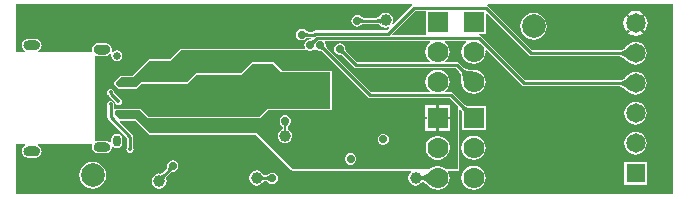
<source format=gbl>
G04*
G04 #@! TF.GenerationSoftware,Altium Limited,Altium Designer,24.9.1 (31)*
G04*
G04 Layer_Physical_Order=2*
G04 Layer_Color=16711680*
%FSLAX44Y44*%
%MOMM*%
G71*
G04*
G04 #@! TF.SameCoordinates,0DAEADC5-739E-474D-A028-FC833E2B39B4*
G04*
G04*
G04 #@! TF.FilePolarity,Positive*
G04*
G01*
G75*
%ADD11C,0.2540*%
%ADD15C,0.1524*%
%ADD54C,0.2286*%
%ADD59O,1.4000X0.8000*%
%ADD60O,0.6500X0.9500*%
%ADD61C,0.6500*%
%ADD62C,1.6500*%
%ADD63R,1.6500X1.6500*%
%ADD64C,1.7780*%
%ADD65R,1.7780X1.7780*%
%ADD66C,2.0000*%
%ADD67C,0.7000*%
%ADD68C,0.3500*%
%ADD69C,0.5000*%
%ADD70C,1.0000*%
G36*
X569075Y852968D02*
X569330Y852774D01*
X569596Y852603D01*
X569871Y852454D01*
X570156Y852328D01*
X570451Y852226D01*
X570756Y852146D01*
X571070Y852089D01*
X571395Y852054D01*
X571729Y852043D01*
X571828Y849503D01*
X571491Y849491D01*
X571167Y849454D01*
X570854Y849394D01*
X570554Y849309D01*
X570266Y849199D01*
X569990Y849066D01*
X569726Y848908D01*
X569474Y848726D01*
X569234Y848519D01*
X569007Y848288D01*
X568829Y853185D01*
X569075Y852968D01*
D02*
G37*
G36*
X586309Y848251D02*
X586137Y848489D01*
X585935Y848702D01*
X585702Y848890D01*
X585438Y849052D01*
X585143Y849190D01*
X584818Y849303D01*
X584462Y849390D01*
X584075Y849453D01*
X583657Y849491D01*
X583209Y849503D01*
X583142Y852043D01*
X583591Y852056D01*
X584007Y852094D01*
X584391Y852159D01*
X584743Y852249D01*
X585063Y852365D01*
X585351Y852506D01*
X585606Y852673D01*
X585830Y852867D01*
X586021Y853085D01*
X586180Y853330D01*
X586309Y848251D01*
D02*
G37*
G36*
X834114Y703770D02*
X277990D01*
Y746125D01*
X284899D01*
X285189Y745916D01*
X285570Y745125D01*
X285452Y744915D01*
X285182Y744736D01*
X285003Y744627D01*
X284981Y744596D01*
X284943Y744587D01*
X284770Y744469D01*
X284749Y744436D01*
X284712Y744427D01*
X284546Y744299D01*
X284527Y744266D01*
X284490Y744254D01*
X284331Y744118D01*
X284313Y744083D01*
X284277Y744070D01*
X284125Y743925D01*
X284119Y743912D01*
X284100Y743899D01*
X284088Y743881D01*
X284075Y743875D01*
X283930Y743723D01*
X283917Y743687D01*
X283882Y743669D01*
X283746Y743510D01*
X283734Y743473D01*
X283701Y743454D01*
X283573Y743288D01*
X283563Y743251D01*
X283531Y743230D01*
X283412Y743057D01*
X283405Y743019D01*
X283373Y742997D01*
X283264Y742818D01*
X283258Y742780D01*
X283228Y742756D01*
X283128Y742572D01*
X283124Y742533D01*
X283095Y742508D01*
X283005Y742319D01*
X283003Y742280D01*
X282976Y742253D01*
X282896Y742059D01*
Y742021D01*
X282870Y741993D01*
X282800Y741795D01*
X282802Y741756D01*
X282778Y741726D01*
X282718Y741525D01*
X282722Y741487D01*
X282700Y741456D01*
X282651Y741253D01*
X282657Y741214D01*
X282636Y741182D01*
X282598Y740976D01*
X282606Y740938D01*
X282586Y740905D01*
X282559Y740698D01*
X282569Y740660D01*
X282551Y740626D01*
X282535Y740417D01*
X282547Y740380D01*
X282531Y740345D01*
X282526Y740136D01*
X282531Y740122D01*
X282527Y740100D01*
X282531Y740078D01*
X282526Y740064D01*
X282531Y739855D01*
X282547Y739819D01*
X282535Y739783D01*
X282551Y739574D01*
X282569Y739539D01*
X282559Y739502D01*
X282586Y739295D01*
X282606Y739261D01*
X282598Y739224D01*
X282636Y739018D01*
X282657Y738986D01*
X282651Y738947D01*
X282700Y738744D01*
X282722Y738713D01*
X282718Y738675D01*
X282778Y738474D01*
X282802Y738444D01*
X282800Y738405D01*
X282870Y738207D01*
X282896Y738179D01*
Y738141D01*
X282976Y737947D01*
X283003Y737920D01*
X283005Y737881D01*
X283095Y737692D01*
X283124Y737666D01*
X283128Y737628D01*
X283228Y737444D01*
X283258Y737420D01*
X283264Y737382D01*
X283373Y737203D01*
X283405Y737180D01*
X283412Y737143D01*
X283531Y736970D01*
X283563Y736949D01*
X283573Y736912D01*
X283701Y736746D01*
X283734Y736727D01*
X283746Y736690D01*
X283882Y736531D01*
X283916Y736513D01*
X283930Y736477D01*
X284075Y736325D01*
X284088Y736319D01*
X284100Y736301D01*
X284119Y736288D01*
X284125Y736274D01*
X284277Y736130D01*
X284313Y736116D01*
X284331Y736082D01*
X284490Y735946D01*
X284527Y735934D01*
X284546Y735901D01*
X284712Y735773D01*
X284749Y735763D01*
X284770Y735731D01*
X284943Y735612D01*
X284981Y735604D01*
X285003Y735573D01*
X285182Y735464D01*
X285220Y735458D01*
X285244Y735428D01*
X285428Y735328D01*
X285466Y735324D01*
X285492Y735295D01*
X285681Y735205D01*
X285720Y735203D01*
X285747Y735176D01*
X285941Y735096D01*
X285979D01*
X286008Y735070D01*
X286205Y735000D01*
X286243Y735002D01*
X286273Y734978D01*
X286474Y734918D01*
X286513Y734922D01*
X286544Y734900D01*
X286747Y734851D01*
X286786Y734857D01*
X286818Y734836D01*
X287024Y734798D01*
X287062Y734806D01*
X287095Y734786D01*
X287302Y734759D01*
X287340Y734769D01*
X287374Y734752D01*
X287583Y734735D01*
X287619Y734747D01*
X287655Y734731D01*
X287864Y734726D01*
X287878Y734731D01*
X287894Y734728D01*
X287900Y734725D01*
X293900D01*
X293906Y734728D01*
X293922Y734731D01*
X293936Y734726D01*
X294145Y734731D01*
X294181Y734747D01*
X294217Y734735D01*
X294426Y734752D01*
X294460Y734769D01*
X294498Y734759D01*
X294705Y734786D01*
X294739Y734806D01*
X294776Y734798D01*
X294982Y734836D01*
X295014Y734857D01*
X295053Y734851D01*
X295256Y734900D01*
X295287Y734922D01*
X295326Y734918D01*
X295527Y734978D01*
X295557Y735002D01*
X295595Y735000D01*
X295792Y735070D01*
X295821Y735096D01*
X295860D01*
X296053Y735176D01*
X296080Y735203D01*
X296119Y735205D01*
X296308Y735295D01*
X296334Y735324D01*
X296372Y735328D01*
X296556Y735428D01*
X296580Y735458D01*
X296618Y735464D01*
X296797Y735573D01*
X296819Y735604D01*
X296857Y735612D01*
X297030Y735731D01*
X297051Y735763D01*
X297088Y735773D01*
X297254Y735901D01*
X297273Y735934D01*
X297310Y735946D01*
X297469Y736082D01*
X297487Y736116D01*
X297523Y736130D01*
X297675Y736274D01*
X297681Y736288D01*
X297700Y736301D01*
X297712Y736319D01*
X297726Y736325D01*
X297870Y736477D01*
X297883Y736513D01*
X297918Y736531D01*
X298054Y736690D01*
X298066Y736727D01*
X298099Y736746D01*
X298227Y736912D01*
X298237Y736949D01*
X298269Y736970D01*
X298388Y737143D01*
X298396Y737180D01*
X298427Y737203D01*
X298536Y737382D01*
X298542Y737420D01*
X298572Y737444D01*
X298672Y737628D01*
X298676Y737666D01*
X298705Y737692D01*
X298795Y737881D01*
X298797Y737920D01*
X298824Y737947D01*
X298904Y738140D01*
Y738179D01*
X298930Y738208D01*
X299000Y738405D01*
X298998Y738444D01*
X299022Y738473D01*
X299082Y738674D01*
X299078Y738713D01*
X299100Y738744D01*
X299149Y738948D01*
X299143Y738986D01*
X299164Y739018D01*
X299202Y739224D01*
X299194Y739261D01*
X299214Y739295D01*
X299241Y739502D01*
X299231Y739540D01*
X299249Y739574D01*
X299265Y739783D01*
X299253Y739819D01*
X299269Y739855D01*
X299274Y740064D01*
X299269Y740078D01*
X299273Y740100D01*
X299269Y740122D01*
X299274Y740136D01*
X299269Y740345D01*
X299253Y740380D01*
X299265Y740417D01*
X299249Y740626D01*
X299231Y740660D01*
X299241Y740698D01*
X299214Y740905D01*
X299194Y740939D01*
X299202Y740976D01*
X299164Y741182D01*
X299143Y741214D01*
X299149Y741252D01*
X299100Y741456D01*
X299078Y741487D01*
X299082Y741526D01*
X299022Y741727D01*
X298998Y741757D01*
X299000Y741795D01*
X298930Y741992D01*
X298904Y742021D01*
Y742059D01*
X298824Y742253D01*
X298797Y742280D01*
X298795Y742319D01*
X298705Y742508D01*
X298676Y742533D01*
X298672Y742572D01*
X298572Y742756D01*
X298542Y742780D01*
X298536Y742818D01*
X298427Y742997D01*
X298396Y743019D01*
X298388Y743057D01*
X298269Y743230D01*
X298237Y743251D01*
X298227Y743288D01*
X298099Y743454D01*
X298066Y743473D01*
X298054Y743510D01*
X297918Y743669D01*
X297884Y743687D01*
X297870Y743723D01*
X297726Y743875D01*
X297712Y743881D01*
X297700Y743899D01*
X297681Y743912D01*
X297675Y743926D01*
X297523Y744070D01*
X297487Y744083D01*
X297469Y744118D01*
X297310Y744254D01*
X297273Y744266D01*
X297254Y744299D01*
X297088Y744427D01*
X297051Y744437D01*
X297030Y744469D01*
X296857Y744587D01*
X296819Y744596D01*
X296797Y744627D01*
X296618Y744736D01*
X296348Y744915D01*
X296230Y745125D01*
X296612Y745916D01*
X296901Y746125D01*
X341506D01*
X341706Y746021D01*
X341870Y745848D01*
X342218Y745126D01*
X342222Y745087D01*
X342200Y745056D01*
X342151Y744852D01*
X342157Y744814D01*
X342136Y744782D01*
X342098Y744576D01*
X342106Y744538D01*
X342086Y744505D01*
X342059Y744297D01*
X342069Y744260D01*
X342052Y744226D01*
X342035Y744017D01*
X342047Y743980D01*
X342031Y743945D01*
X342026Y743736D01*
X342031Y743722D01*
X342027Y743700D01*
X342031Y743678D01*
X342026Y743664D01*
X342031Y743455D01*
X342047Y743419D01*
X342035Y743383D01*
X342052Y743174D01*
X342069Y743140D01*
X342059Y743102D01*
X342086Y742895D01*
X342106Y742861D01*
X342098Y742823D01*
X342136Y742617D01*
X342157Y742586D01*
X342151Y742548D01*
X342200Y742344D01*
X342222Y742313D01*
X342218Y742274D01*
X342278Y742073D01*
X342302Y742044D01*
X342300Y742005D01*
X342370Y741808D01*
X342396Y741779D01*
Y741740D01*
X342476Y741547D01*
X342503Y741520D01*
X342505Y741481D01*
X342595Y741292D01*
X342624Y741266D01*
X342628Y741228D01*
X342728Y741044D01*
X342758Y741020D01*
X342764Y740982D01*
X342873Y740803D01*
X342904Y740781D01*
X342912Y740743D01*
X343031Y740570D01*
X343063Y740549D01*
X343073Y740512D01*
X343201Y740346D01*
X343234Y740327D01*
X343246Y740290D01*
X343382Y740131D01*
X343416Y740113D01*
X343430Y740077D01*
X343574Y739925D01*
X343588Y739919D01*
X343601Y739901D01*
X343619Y739888D01*
X343625Y739874D01*
X343777Y739730D01*
X343813Y739716D01*
X343831Y739682D01*
X343990Y739546D01*
X344026Y739534D01*
X344046Y739501D01*
X344212Y739373D01*
X344249Y739363D01*
X344270Y739331D01*
X344443Y739212D01*
X344481Y739204D01*
X344503Y739173D01*
X344682Y739064D01*
X344720Y739058D01*
X344744Y739028D01*
X344928Y738928D01*
X344966Y738924D01*
X344992Y738895D01*
X345181Y738805D01*
X345220Y738803D01*
X345247Y738776D01*
X345440Y738696D01*
X345479D01*
X345508Y738670D01*
X345705Y738600D01*
X345744Y738602D01*
X345774Y738578D01*
X345974Y738518D01*
X346013Y738522D01*
X346044Y738500D01*
X346248Y738451D01*
X346286Y738457D01*
X346318Y738436D01*
X346524Y738398D01*
X346561Y738406D01*
X346595Y738386D01*
X346802Y738359D01*
X346840Y738369D01*
X346874Y738352D01*
X347083Y738335D01*
X347119Y738347D01*
X347155Y738331D01*
X347364Y738326D01*
X347378Y738331D01*
X347393Y738328D01*
X347400Y738325D01*
X353400D01*
X353407Y738328D01*
X353422Y738331D01*
X353436Y738326D01*
X353645Y738331D01*
X353680Y738347D01*
X353717Y738335D01*
X353926Y738352D01*
X353960Y738369D01*
X353997Y738359D01*
X354205Y738386D01*
X354239Y738406D01*
X354277Y738398D01*
X354482Y738436D01*
X354515Y738457D01*
X354552Y738451D01*
X354756Y738500D01*
X354787Y738522D01*
X354826Y738518D01*
X355027Y738578D01*
X355056Y738602D01*
X355095Y738600D01*
X355292Y738670D01*
X355321Y738696D01*
X355359D01*
X355553Y738776D01*
X355580Y738803D01*
X355619Y738805D01*
X355808Y738895D01*
X355834Y738924D01*
X355872Y738928D01*
X356056Y739028D01*
X356080Y739058D01*
X356118Y739064D01*
X356297Y739173D01*
X356319Y739204D01*
X356357Y739212D01*
X356530Y739331D01*
X356551Y739363D01*
X356588Y739373D01*
X356754Y739501D01*
X356773Y739534D01*
X356810Y739546D01*
X356969Y739682D01*
X356987Y739716D01*
X357023Y739730D01*
X357175Y739874D01*
X357181Y739888D01*
X357200Y739901D01*
X357212Y739919D01*
X357226Y739925D01*
X357370Y740077D01*
X357383Y740113D01*
X357418Y740131D01*
X357554Y740290D01*
X357566Y740327D01*
X357599Y740346D01*
X357727Y740512D01*
X357737Y740549D01*
X357769Y740570D01*
X357888Y740743D01*
X357896Y740780D01*
X357927Y740803D01*
X358036Y740982D01*
X358042Y741020D01*
X358072Y741044D01*
X358172Y741228D01*
X358176Y741266D01*
X358205Y741292D01*
X358295Y741481D01*
X358297Y741520D01*
X358324Y741547D01*
X358404Y741740D01*
Y741779D01*
X358430Y741808D01*
X358500Y742005D01*
X358498Y742043D01*
X358522Y742073D01*
X358582Y742274D01*
X358578Y742313D01*
X358601Y742344D01*
X358649Y742548D01*
X358643Y742586D01*
X358664Y742617D01*
X358702Y742823D01*
X358694Y742861D01*
X358714Y742895D01*
X358741Y743102D01*
X358731Y743140D01*
X358749Y743174D01*
X358765Y743383D01*
X358753Y743419D01*
X358769Y743455D01*
X358774Y743664D01*
X359603Y744141D01*
X359757Y744164D01*
X361136Y743242D01*
X362900Y742891D01*
X364664Y743242D01*
X366159Y744241D01*
X367158Y745736D01*
X367509Y747500D01*
Y750500D01*
X367158Y752264D01*
X366159Y753759D01*
X364664Y754758D01*
X362900Y755108D01*
X361136Y754758D01*
X359641Y753759D01*
X358642Y752264D01*
X358292Y750500D01*
Y748315D01*
X357344Y747659D01*
X356969Y747718D01*
X356810Y747854D01*
X356773Y747866D01*
X356754Y747899D01*
X356588Y748027D01*
X356551Y748036D01*
X356530Y748069D01*
X356357Y748187D01*
X356319Y748196D01*
X356297Y748227D01*
X356118Y748336D01*
X356080Y748342D01*
X356056Y748372D01*
X355872Y748472D01*
X355834Y748476D01*
X355807Y748505D01*
X355619Y748595D01*
X355580Y748597D01*
X355553Y748624D01*
X355359Y748704D01*
X355321D01*
X355292Y748730D01*
X355095Y748800D01*
X355056Y748798D01*
X355027Y748822D01*
X354826Y748882D01*
X354787Y748878D01*
X354756Y748900D01*
X354553Y748949D01*
X354515Y748943D01*
X354482Y748964D01*
X354276Y749002D01*
X354239Y748994D01*
X354205Y749014D01*
X353997Y749041D01*
X353960Y749031D01*
X353926Y749048D01*
X353717Y749065D01*
X353681Y749053D01*
X353645Y749069D01*
X353436Y749074D01*
X353422Y749069D01*
X353406Y749072D01*
X353400Y749075D01*
X347400D01*
X347393Y749072D01*
X347378Y749069D01*
X347364Y749074D01*
X347155Y749069D01*
X347119Y749053D01*
X347083Y749065D01*
X346874Y749048D01*
X346840Y749031D01*
X346802Y749041D01*
X346595Y749014D01*
X346562Y748994D01*
X346524Y749002D01*
X346318Y748964D01*
X346286Y748943D01*
X346247Y748949D01*
X346044Y748900D01*
X346013Y748878D01*
X345974Y748882D01*
X345774Y748822D01*
X345632Y748840D01*
X345024Y749175D01*
X344812Y749416D01*
X344775Y749499D01*
Y820501D01*
X344812Y820584D01*
X345024Y820824D01*
X345632Y821160D01*
X345774Y821178D01*
X345974Y821118D01*
X346013Y821122D01*
X346044Y821100D01*
X346247Y821051D01*
X346286Y821057D01*
X346318Y821036D01*
X346524Y820998D01*
X346562Y821006D01*
X346595Y820986D01*
X346802Y820959D01*
X346840Y820969D01*
X346874Y820952D01*
X347083Y820935D01*
X347119Y820947D01*
X347155Y820931D01*
X347364Y820926D01*
X347378Y820931D01*
X347393Y820928D01*
X347400Y820925D01*
X353400D01*
X353406Y820928D01*
X353422Y820931D01*
X353436Y820926D01*
X353645Y820931D01*
X353681Y820947D01*
X353717Y820935D01*
X353926Y820952D01*
X353960Y820969D01*
X353997Y820959D01*
X354205Y820986D01*
X354239Y821006D01*
X354276Y820998D01*
X354482Y821036D01*
X354515Y821057D01*
X354553Y821051D01*
X354756Y821100D01*
X354787Y821122D01*
X354826Y821118D01*
X355027Y821178D01*
X355056Y821202D01*
X355095Y821200D01*
X355292Y821270D01*
X355321Y821296D01*
X355359D01*
X355553Y821376D01*
X355580Y821403D01*
X355619Y821405D01*
X355807Y821495D01*
X355834Y821524D01*
X355872Y821528D01*
X356056Y821628D01*
X356080Y821658D01*
X356118Y821664D01*
X356297Y821773D01*
X356319Y821804D01*
X356357Y821812D01*
X356530Y821931D01*
X356551Y821963D01*
X356588Y821973D01*
X356754Y822101D01*
X356773Y822134D01*
X356810Y822146D01*
X356969Y822282D01*
X356987Y822316D01*
X357023Y822330D01*
X357175Y822474D01*
X357181Y822488D01*
X357200Y822501D01*
X357212Y822519D01*
X357226Y822525D01*
X357370Y822677D01*
X357619Y822746D01*
X357683Y822730D01*
X358320Y822201D01*
X358464Y821865D01*
X358292Y821000D01*
X358642Y819236D01*
X359641Y817741D01*
X361136Y816742D01*
X362900Y816391D01*
X364664Y816742D01*
X366159Y817741D01*
X367158Y819236D01*
X367509Y821000D01*
X367158Y822764D01*
X366159Y824259D01*
X364664Y825258D01*
X362900Y825609D01*
X361136Y825258D01*
X359641Y824259D01*
X359613Y824217D01*
X359541Y824182D01*
X358479Y824279D01*
X358522Y824673D01*
X358582Y824874D01*
X358578Y824913D01*
X358600Y824944D01*
X358649Y825147D01*
X358643Y825185D01*
X358664Y825218D01*
X358702Y825424D01*
X358694Y825461D01*
X358714Y825495D01*
X358741Y825702D01*
X358731Y825740D01*
X358749Y825774D01*
X358765Y825983D01*
X358753Y826019D01*
X358769Y826054D01*
X358774Y826264D01*
X358769Y826278D01*
X358773Y826300D01*
X358769Y826322D01*
X358774Y826336D01*
X358769Y826545D01*
X358753Y826581D01*
X358765Y826617D01*
X358749Y826826D01*
X358731Y826860D01*
X358741Y826898D01*
X358714Y827105D01*
X358694Y827139D01*
X358702Y827177D01*
X358664Y827382D01*
X358643Y827414D01*
X358649Y827452D01*
X358601Y827656D01*
X358578Y827687D01*
X358582Y827726D01*
X358522Y827927D01*
X358498Y827956D01*
X358500Y827995D01*
X358430Y828192D01*
X358404Y828221D01*
Y828260D01*
X358324Y828453D01*
X358297Y828480D01*
X358295Y828519D01*
X358205Y828708D01*
X358176Y828734D01*
X358172Y828772D01*
X358072Y828956D01*
X358042Y828980D01*
X358036Y829018D01*
X357927Y829197D01*
X357896Y829219D01*
X357888Y829257D01*
X357769Y829430D01*
X357737Y829451D01*
X357727Y829488D01*
X357599Y829654D01*
X357566Y829673D01*
X357554Y829710D01*
X357418Y829869D01*
X357384Y829887D01*
X357370Y829923D01*
X357226Y830075D01*
X357212Y830081D01*
X357200Y830099D01*
X357181Y830112D01*
X357175Y830125D01*
X357023Y830270D01*
X356987Y830283D01*
X356969Y830318D01*
X356810Y830454D01*
X356773Y830466D01*
X356754Y830499D01*
X356588Y830627D01*
X356551Y830637D01*
X356530Y830669D01*
X356357Y830788D01*
X356319Y830796D01*
X356297Y830827D01*
X356118Y830936D01*
X356080Y830942D01*
X356056Y830972D01*
X355872Y831072D01*
X355834Y831076D01*
X355808Y831105D01*
X355619Y831195D01*
X355580Y831197D01*
X355553Y831224D01*
X355359Y831304D01*
X355321D01*
X355292Y831330D01*
X355095Y831400D01*
X355056Y831398D01*
X355027Y831422D01*
X354826Y831482D01*
X354787Y831478D01*
X354756Y831500D01*
X354552Y831549D01*
X354515Y831543D01*
X354482Y831564D01*
X354276Y831602D01*
X354239Y831594D01*
X354205Y831614D01*
X353997Y831641D01*
X353960Y831631D01*
X353926Y831648D01*
X353717Y831665D01*
X353680Y831653D01*
X353645Y831669D01*
X353436Y831674D01*
X353422Y831669D01*
X353407Y831672D01*
X353400Y831675D01*
X347400D01*
X347393Y831672D01*
X347378Y831669D01*
X347364Y831674D01*
X347155Y831669D01*
X347119Y831653D01*
X347083Y831665D01*
X346874Y831648D01*
X346840Y831631D01*
X346803Y831641D01*
X346595Y831614D01*
X346562Y831594D01*
X346524Y831602D01*
X346318Y831564D01*
X346286Y831543D01*
X346248Y831549D01*
X346044Y831500D01*
X346013Y831478D01*
X345974Y831482D01*
X345774Y831422D01*
X345743Y831398D01*
X345705Y831400D01*
X345508Y831330D01*
X345479Y831304D01*
X345440D01*
X345247Y831224D01*
X345220Y831197D01*
X345181Y831195D01*
X344992Y831105D01*
X344966Y831076D01*
X344928Y831072D01*
X344744Y830972D01*
X344720Y830942D01*
X344682Y830936D01*
X344503Y830827D01*
X344481Y830796D01*
X344443Y830788D01*
X344270Y830669D01*
X344249Y830637D01*
X344212Y830627D01*
X344046Y830499D01*
X344027Y830466D01*
X343990Y830454D01*
X343831Y830318D01*
X343813Y830284D01*
X343777Y830270D01*
X343625Y830126D01*
X343619Y830112D01*
X343601Y830099D01*
X343588Y830081D01*
X343574Y830075D01*
X343430Y829923D01*
X343416Y829887D01*
X343382Y829869D01*
X343246Y829710D01*
X343234Y829673D01*
X343201Y829654D01*
X343073Y829488D01*
X343063Y829451D01*
X343031Y829430D01*
X342912Y829257D01*
X342904Y829219D01*
X342873Y829197D01*
X342764Y829018D01*
X342758Y828980D01*
X342728Y828956D01*
X342628Y828772D01*
X342624Y828734D01*
X342595Y828708D01*
X342505Y828519D01*
X342503Y828480D01*
X342476Y828453D01*
X342396Y828260D01*
Y828221D01*
X342370Y828192D01*
X342300Y827995D01*
X342302Y827956D01*
X342278Y827926D01*
X342218Y827726D01*
X342222Y827687D01*
X342200Y827656D01*
X342151Y827452D01*
X342157Y827414D01*
X342136Y827382D01*
X342098Y827177D01*
X342106Y827139D01*
X342086Y827105D01*
X342059Y826897D01*
X342069Y826860D01*
X342052Y826826D01*
X342035Y826617D01*
X342047Y826581D01*
X342031Y826545D01*
X342026Y826336D01*
X342031Y826322D01*
X342027Y826300D01*
X342031Y826278D01*
X342026Y826264D01*
X342031Y826055D01*
X342047Y826019D01*
X342035Y825983D01*
X342052Y825774D01*
X342069Y825740D01*
X342059Y825702D01*
X342086Y825495D01*
X342106Y825461D01*
X342098Y825424D01*
X342136Y825218D01*
X342157Y825185D01*
X342151Y825147D01*
X342200Y824944D01*
X342222Y824913D01*
X342218Y824874D01*
X341869Y824151D01*
X341706Y823979D01*
X341506Y823875D01*
X296901D01*
X296612Y824084D01*
X296230Y824875D01*
X296348Y825084D01*
X296618Y825264D01*
X296797Y825373D01*
X296819Y825404D01*
X296857Y825412D01*
X297030Y825531D01*
X297051Y825563D01*
X297088Y825573D01*
X297254Y825701D01*
X297273Y825734D01*
X297310Y825746D01*
X297469Y825882D01*
X297487Y825916D01*
X297523Y825930D01*
X297675Y826074D01*
X297681Y826088D01*
X297700Y826100D01*
X297712Y826119D01*
X297726Y826125D01*
X297870Y826277D01*
X297884Y826313D01*
X297918Y826331D01*
X298054Y826490D01*
X298066Y826527D01*
X298099Y826546D01*
X298227Y826712D01*
X298237Y826749D01*
X298269Y826770D01*
X298388Y826943D01*
X298396Y826981D01*
X298427Y827003D01*
X298536Y827182D01*
X298542Y827220D01*
X298572Y827244D01*
X298672Y827428D01*
X298676Y827466D01*
X298705Y827492D01*
X298795Y827681D01*
X298797Y827720D01*
X298824Y827747D01*
X298904Y827941D01*
Y827979D01*
X298930Y828008D01*
X299000Y828205D01*
X298998Y828243D01*
X299022Y828273D01*
X299082Y828474D01*
X299078Y828513D01*
X299100Y828544D01*
X299149Y828747D01*
X299143Y828786D01*
X299164Y828818D01*
X299202Y829024D01*
X299194Y829061D01*
X299214Y829094D01*
X299241Y829302D01*
X299231Y829340D01*
X299249Y829374D01*
X299265Y829583D01*
X299253Y829620D01*
X299269Y829655D01*
X299274Y829864D01*
X299269Y829878D01*
X299273Y829900D01*
X299269Y829922D01*
X299274Y829936D01*
X299269Y830145D01*
X299253Y830181D01*
X299265Y830217D01*
X299249Y830426D01*
X299231Y830460D01*
X299241Y830498D01*
X299214Y830705D01*
X299194Y830739D01*
X299202Y830776D01*
X299164Y830982D01*
X299143Y831014D01*
X299149Y831052D01*
X299100Y831256D01*
X299078Y831287D01*
X299082Y831326D01*
X299022Y831526D01*
X298998Y831556D01*
X299000Y831595D01*
X298930Y831792D01*
X298904Y831821D01*
Y831859D01*
X298824Y832053D01*
X298797Y832080D01*
X298795Y832119D01*
X298705Y832308D01*
X298676Y832334D01*
X298672Y832372D01*
X298572Y832556D01*
X298542Y832580D01*
X298536Y832618D01*
X298427Y832797D01*
X298396Y832820D01*
X298388Y832857D01*
X298269Y833030D01*
X298237Y833051D01*
X298227Y833088D01*
X298099Y833254D01*
X298066Y833273D01*
X298054Y833310D01*
X297918Y833469D01*
X297883Y833487D01*
X297870Y833523D01*
X297726Y833675D01*
X297712Y833681D01*
X297700Y833699D01*
X297681Y833712D01*
X297675Y833726D01*
X297523Y833870D01*
X297487Y833884D01*
X297469Y833918D01*
X297310Y834054D01*
X297273Y834066D01*
X297254Y834099D01*
X297088Y834227D01*
X297051Y834237D01*
X297030Y834269D01*
X296857Y834388D01*
X296819Y834396D01*
X296797Y834427D01*
X296618Y834536D01*
X296580Y834542D01*
X296556Y834572D01*
X296372Y834672D01*
X296334Y834676D01*
X296308Y834705D01*
X296119Y834795D01*
X296080Y834797D01*
X296053Y834824D01*
X295860Y834904D01*
X295821D01*
X295792Y834930D01*
X295595Y835000D01*
X295557Y834998D01*
X295527Y835022D01*
X295326Y835082D01*
X295287Y835078D01*
X295256Y835100D01*
X295053Y835149D01*
X295014Y835143D01*
X294982Y835164D01*
X294776Y835202D01*
X294739Y835194D01*
X294705Y835214D01*
X294498Y835241D01*
X294460Y835231D01*
X294426Y835248D01*
X294217Y835265D01*
X294181Y835253D01*
X294145Y835269D01*
X293936Y835274D01*
X293922Y835269D01*
X293906Y835272D01*
X293900Y835275D01*
X287900Y835275D01*
X287894Y835272D01*
X287878Y835269D01*
X287864Y835274D01*
X287655Y835269D01*
X287619Y835253D01*
X287583Y835265D01*
X287374Y835248D01*
X287340Y835231D01*
X287302Y835241D01*
X287095Y835214D01*
X287062Y835194D01*
X287024Y835202D01*
X286818Y835164D01*
X286786Y835143D01*
X286747Y835149D01*
X286544Y835100D01*
X286513Y835078D01*
X286474Y835082D01*
X286273Y835022D01*
X286243Y834998D01*
X286205Y835000D01*
X286008Y834930D01*
X285979Y834904D01*
X285941D01*
X285747Y834824D01*
X285720Y834797D01*
X285681Y834795D01*
X285492Y834705D01*
X285466Y834676D01*
X285428Y834672D01*
X285244Y834572D01*
X285220Y834542D01*
X285182Y834536D01*
X285003Y834427D01*
X284981Y834396D01*
X284943Y834388D01*
X284770Y834269D01*
X284749Y834237D01*
X284712Y834227D01*
X284546Y834099D01*
X284527Y834066D01*
X284490Y834054D01*
X284331Y833918D01*
X284313Y833884D01*
X284277Y833870D01*
X284125Y833726D01*
X284119Y833712D01*
X284100Y833699D01*
X284088Y833681D01*
X284075Y833675D01*
X283930Y833523D01*
X283916Y833487D01*
X283882Y833469D01*
X283746Y833310D01*
X283734Y833273D01*
X283701Y833254D01*
X283573Y833088D01*
X283563Y833051D01*
X283531Y833030D01*
X283412Y832857D01*
X283404Y832819D01*
X283373Y832797D01*
X283264Y832618D01*
X283258Y832580D01*
X283228Y832556D01*
X283128Y832372D01*
X283124Y832334D01*
X283095Y832308D01*
X283005Y832119D01*
X283003Y832080D01*
X282976Y832053D01*
X282896Y831859D01*
Y831821D01*
X282870Y831793D01*
X282800Y831595D01*
X282802Y831556D01*
X282778Y831526D01*
X282718Y831325D01*
X282722Y831287D01*
X282700Y831256D01*
X282651Y831053D01*
X282657Y831014D01*
X282636Y830982D01*
X282598Y830776D01*
X282606Y830739D01*
X282586Y830705D01*
X282559Y830498D01*
X282569Y830460D01*
X282551Y830426D01*
X282535Y830217D01*
X282547Y830180D01*
X282531Y830145D01*
X282526Y829936D01*
X282531Y829922D01*
X282527Y829900D01*
X282531Y829878D01*
X282526Y829864D01*
X282531Y829655D01*
X282547Y829620D01*
X282535Y829583D01*
X282551Y829374D01*
X282569Y829340D01*
X282559Y829302D01*
X282586Y829095D01*
X282606Y829061D01*
X282598Y829024D01*
X282636Y828818D01*
X282657Y828785D01*
X282651Y828747D01*
X282700Y828544D01*
X282722Y828513D01*
X282718Y828475D01*
X282778Y828274D01*
X282802Y828243D01*
X282800Y828205D01*
X282870Y828007D01*
X282896Y827979D01*
Y827941D01*
X282976Y827747D01*
X283003Y827720D01*
X283005Y827681D01*
X283095Y827492D01*
X283124Y827466D01*
X283128Y827428D01*
X283228Y827244D01*
X283258Y827220D01*
X283264Y827182D01*
X283373Y827003D01*
X283404Y826980D01*
X283412Y826943D01*
X283531Y826770D01*
X283563Y826749D01*
X283573Y826712D01*
X283701Y826546D01*
X283734Y826527D01*
X283746Y826490D01*
X283882Y826331D01*
X283917Y826313D01*
X283930Y826277D01*
X284075Y826125D01*
X284088Y826119D01*
X284100Y826100D01*
X284119Y826088D01*
X284125Y826075D01*
X284277Y825930D01*
X284313Y825917D01*
X284331Y825882D01*
X284490Y825746D01*
X284527Y825734D01*
X284546Y825701D01*
X284712Y825573D01*
X284749Y825563D01*
X284770Y825531D01*
X284943Y825412D01*
X284981Y825404D01*
X285003Y825373D01*
X285182Y825264D01*
X285452Y825084D01*
X285570Y824875D01*
X285189Y824084D01*
X284899Y823875D01*
X277990D01*
Y864452D01*
X612907D01*
X613111Y863452D01*
X612481Y863031D01*
X597167Y847718D01*
X596390Y848355D01*
X596456Y848454D01*
X596943Y850900D01*
X596456Y853346D01*
X595070Y855420D01*
X592996Y856806D01*
X590550Y857293D01*
X588104Y856806D01*
X586030Y855420D01*
X585300Y854329D01*
X585184Y854277D01*
X585136Y854154D01*
X585028Y854080D01*
X584922Y853917D01*
X584858Y853844D01*
X584777Y853773D01*
X584668Y853703D01*
X584524Y853631D01*
X584338Y853564D01*
X584106Y853505D01*
X583830Y853459D01*
X583508Y853429D01*
X583103Y853417D01*
X582982Y853363D01*
X571895D01*
X571776Y853417D01*
X571491Y853427D01*
X571265Y853450D01*
X571053Y853489D01*
X570852Y853542D01*
X570660Y853608D01*
X570475Y853690D01*
X570296Y853787D01*
X570120Y853900D01*
X569947Y854032D01*
X569739Y854215D01*
X569584Y854268D01*
X568281Y855139D01*
X566420Y855509D01*
X564559Y855139D01*
X562981Y854085D01*
X561927Y852507D01*
X561557Y850646D01*
X561927Y848785D01*
X562981Y847207D01*
X564559Y846153D01*
X566420Y845783D01*
X568281Y846153D01*
X569859Y847207D01*
X569917Y847294D01*
X569986Y847323D01*
X570174Y847514D01*
X570327Y847646D01*
X570483Y847759D01*
X570643Y847855D01*
X570810Y847935D01*
X570986Y848002D01*
X571173Y848055D01*
X571375Y848094D01*
X571593Y848119D01*
X571878Y848129D01*
X571880Y848130D01*
X571882Y848129D01*
X571999Y848183D01*
X583049D01*
X583171Y848129D01*
X583577Y848118D01*
X583904Y848088D01*
X584187Y848042D01*
X584428Y847983D01*
X584626Y847914D01*
X584784Y847841D01*
X584907Y847765D01*
X585002Y847688D01*
X585077Y847609D01*
X585195Y847447D01*
X585308Y847377D01*
X585362Y847255D01*
X585473Y847212D01*
X586030Y846380D01*
X588104Y844994D01*
X590550Y844507D01*
X592996Y844994D01*
X593095Y845060D01*
X593732Y844283D01*
X591888Y842439D01*
X530763D01*
X529772Y842242D01*
X528932Y841680D01*
X528804Y841552D01*
X524958D01*
X524840Y841606D01*
X524554Y841616D01*
X524333Y841640D01*
X524126Y841679D01*
X523932Y841732D01*
X523748Y841799D01*
X523572Y841880D01*
X523402Y841977D01*
X523236Y842091D01*
X523073Y842223D01*
X522875Y842410D01*
X522829Y842428D01*
X521291Y843455D01*
X519430Y843825D01*
X517569Y843455D01*
X515991Y842401D01*
X514937Y840823D01*
X514567Y838962D01*
X514937Y837101D01*
X515991Y835523D01*
X517569Y834469D01*
X519430Y834099D01*
X521291Y834469D01*
X522829Y835496D01*
X522875Y835514D01*
X523073Y835701D01*
X523236Y835834D01*
X523402Y835947D01*
X523572Y836044D01*
X523748Y836125D01*
X523932Y836192D01*
X524126Y836245D01*
X524333Y836284D01*
X524554Y836308D01*
X524840Y836318D01*
X524958Y836372D01*
X526707D01*
X526955Y836205D01*
X527262Y835781D01*
X527328Y835372D01*
X526965Y835046D01*
X526914Y835036D01*
X526701Y835009D01*
X526426Y834995D01*
X526310Y834941D01*
X524678Y834616D01*
X523101Y833562D01*
X522046Y831984D01*
X521676Y830123D01*
X522046Y828262D01*
X522384Y827757D01*
X521912Y826874D01*
X417322Y826875D01*
X417322Y826875D01*
X416350Y826472D01*
X416350Y826472D01*
X408117Y818239D01*
X390652D01*
X390652Y818239D01*
X389680Y817836D01*
X389680Y817836D01*
X375859Y804015D01*
X366268Y804015D01*
X366268Y804015D01*
X365296Y803612D01*
X361232Y799548D01*
X360829Y798576D01*
X360829Y798576D01*
Y797052D01*
X360829Y797052D01*
X361065Y796482D01*
X361232Y796080D01*
X361232Y796080D01*
X363811Y793501D01*
X364783Y793098D01*
X364783Y793098D01*
X379470D01*
X380442Y793501D01*
X384256Y797315D01*
X408943Y797455D01*
X422172D01*
X422172Y797455D01*
X423144Y797858D01*
X423144Y797858D01*
X430362Y805075D01*
X468138D01*
X469110Y805478D01*
X477598Y813965D01*
X495229D01*
X501939Y807256D01*
X502910Y806853D01*
X502911Y806853D01*
X543455D01*
Y776329D01*
X490982D01*
X490010Y775926D01*
X490010Y775926D01*
X483469Y769385D01*
X389783D01*
X383242Y775926D01*
X382270Y776329D01*
X382270Y776329D01*
X362712D01*
X362712Y776329D01*
X361740Y775926D01*
X361184Y775722D01*
X360229Y776301D01*
Y778365D01*
X360484Y778747D01*
X360718Y779925D01*
X360484Y781104D01*
X359817Y782103D01*
X358817Y782770D01*
X357639Y783005D01*
X356461Y782770D01*
X355462Y782103D01*
X354794Y781104D01*
X354560Y779925D01*
X354794Y778747D01*
X355049Y778365D01*
Y769054D01*
X355247Y768063D01*
X355808Y767223D01*
X371552Y751479D01*
Y743240D01*
X371297Y742858D01*
X371063Y741680D01*
X371297Y740502D01*
X371965Y739503D01*
X372964Y738835D01*
X374142Y738601D01*
X375320Y738835D01*
X376319Y739503D01*
X376987Y740502D01*
X377221Y741680D01*
X376987Y742858D01*
X376732Y743240D01*
Y752551D01*
X376535Y753542D01*
X375973Y754382D01*
X365100Y765255D01*
X365667Y766103D01*
X366014Y765959D01*
X366014Y765959D01*
X378907D01*
X390188Y754678D01*
X391160Y754275D01*
X391160Y754275D01*
X480761Y754275D01*
X510838Y724198D01*
X511810Y723795D01*
X511810Y723795D01*
X612211D01*
X612514Y722795D01*
X611430Y722070D01*
X610044Y719996D01*
X609557Y717550D01*
X610044Y715104D01*
X611430Y713030D01*
X613504Y711644D01*
X615950Y711157D01*
X618396Y711644D01*
X620470Y713030D01*
X621160Y714062D01*
X621278Y714112D01*
X622248Y714419D01*
X622403Y714345D01*
X623077Y713952D01*
X623809Y713457D01*
X624583Y712868D01*
X626326Y711344D01*
X627261Y710432D01*
X627318Y710410D01*
X629396Y708815D01*
X631868Y707792D01*
X634520Y707442D01*
X637172Y707792D01*
X639644Y708815D01*
X641766Y710444D01*
X643395Y712566D01*
X644418Y715038D01*
X644768Y717690D01*
X644418Y720342D01*
X643395Y722814D01*
X643330Y722898D01*
X643772Y723795D01*
X651510D01*
X652482Y724198D01*
X652885Y725170D01*
Y747012D01*
X652885Y756662D01*
Y768010D01*
Y775432D01*
X653885Y775826D01*
X654244Y775439D01*
X654547Y775062D01*
X654778Y774734D01*
X654840Y774626D01*
Y773863D01*
X654796Y773757D01*
X654840Y773652D01*
Y773649D01*
X654814Y773538D01*
X654840Y773496D01*
Y758330D01*
X675160D01*
Y778650D01*
X659994D01*
X659952Y778676D01*
X659842Y778650D01*
X659838D01*
X659733Y778694D01*
X659627Y778650D01*
X658864D01*
X658756Y778712D01*
X658443Y778932D01*
X657588Y779659D01*
X657096Y780134D01*
X656968Y780184D01*
X647781Y789371D01*
X646941Y789933D01*
X645950Y790130D01*
X641244D01*
X640923Y791077D01*
X641766Y791724D01*
X643395Y793846D01*
X644418Y796318D01*
X644768Y798970D01*
X644418Y801622D01*
X643395Y804094D01*
X641766Y806216D01*
X639644Y807845D01*
X637172Y808868D01*
X634520Y809218D01*
X631868Y808868D01*
X629396Y807845D01*
X627274Y806216D01*
X625645Y804094D01*
X624622Y801622D01*
X624272Y798970D01*
X624622Y796318D01*
X625645Y793846D01*
X627274Y791724D01*
X628117Y791077D01*
X627796Y790130D01*
X578375D01*
X540584Y827921D01*
X540538Y828043D01*
X540344Y828252D01*
X540204Y828425D01*
X540085Y828599D01*
X539985Y828774D01*
X539902Y828952D01*
X539836Y829134D01*
X539784Y829322D01*
X539747Y829520D01*
X539725Y829729D01*
X539717Y830002D01*
X539697Y830046D01*
X539337Y831860D01*
X538943Y832449D01*
X539477Y833449D01*
X628020D01*
X628359Y832449D01*
X627274Y831616D01*
X625645Y829494D01*
X624622Y827022D01*
X624272Y824370D01*
X624622Y821718D01*
X625645Y819246D01*
X627274Y817124D01*
X628117Y816477D01*
X627796Y815530D01*
X566474D01*
X557413Y824591D01*
X557367Y824713D01*
X557173Y824922D01*
X557033Y825095D01*
X556914Y825269D01*
X556814Y825444D01*
X556732Y825621D01*
X556665Y825803D01*
X556613Y825992D01*
X556576Y826190D01*
X556554Y826398D01*
X556547Y826671D01*
X556527Y826716D01*
X556166Y828530D01*
X555112Y830108D01*
X553534Y831162D01*
X551673Y831532D01*
X549811Y831162D01*
X548234Y830108D01*
X547179Y828530D01*
X546809Y826669D01*
X547179Y824808D01*
X548234Y823230D01*
X549811Y822176D01*
X551625Y821815D01*
X551670Y821795D01*
X551943Y821787D01*
X552152Y821765D01*
X552349Y821728D01*
X552538Y821676D01*
X552720Y821609D01*
X552897Y821527D01*
X553072Y821427D01*
X553246Y821308D01*
X553420Y821169D01*
X553629Y820974D01*
X553750Y820928D01*
X563570Y811109D01*
X564410Y810547D01*
X565401Y810350D01*
X649957D01*
X653027Y807281D01*
X653061Y807176D01*
X653389Y806789D01*
X653641Y806385D01*
X653884Y805865D01*
X654107Y805229D01*
X654303Y804477D01*
X654465Y803613D01*
X654590Y802652D01*
X654728Y800352D01*
X654736Y799051D01*
X654757Y799002D01*
X654752Y798970D01*
X655101Y796318D01*
X656125Y793846D01*
X657754Y791724D01*
X659876Y790095D01*
X662348Y789072D01*
X665000Y788722D01*
X667652Y789072D01*
X670124Y790095D01*
X672246Y791724D01*
X673875Y793846D01*
X674899Y796318D01*
X675248Y798970D01*
X674899Y801622D01*
X673875Y804094D01*
X672246Y806216D01*
X670124Y807845D01*
X667652Y808868D01*
X665000Y809218D01*
X664968Y809213D01*
X664919Y809234D01*
X663618Y809241D01*
X661318Y809380D01*
X660357Y809505D01*
X659492Y809668D01*
X658741Y809863D01*
X658105Y810086D01*
X657585Y810329D01*
X657181Y810581D01*
X656794Y810910D01*
X656689Y810943D01*
X652861Y814771D01*
X652021Y815333D01*
X651030Y815530D01*
X641244D01*
X640923Y816477D01*
X641766Y817124D01*
X643395Y819246D01*
X644418Y821718D01*
X644768Y824370D01*
X644418Y827022D01*
X643395Y829494D01*
X641766Y831616D01*
X640681Y832449D01*
X641020Y833449D01*
X658500D01*
X658839Y832449D01*
X657754Y831616D01*
X656125Y829494D01*
X655101Y827022D01*
X654752Y824370D01*
X655101Y821718D01*
X656125Y819246D01*
X657754Y817124D01*
X659876Y815495D01*
X662348Y814472D01*
X665000Y814122D01*
X667652Y814472D01*
X670124Y815495D01*
X672246Y817124D01*
X673875Y819246D01*
X674899Y821718D01*
X675248Y824370D01*
X675109Y825424D01*
X676006Y825866D01*
X706003Y795869D01*
X706843Y795307D01*
X707834Y795110D01*
X788851D01*
X788951Y795060D01*
X789429Y795022D01*
X789862Y794926D01*
X790359Y794751D01*
X790918Y794489D01*
X791531Y794136D01*
X792195Y793690D01*
X792893Y793158D01*
X794463Y791775D01*
X795303Y790947D01*
X795360Y790923D01*
X795370Y790910D01*
X797359Y789384D01*
X799675Y788425D01*
X802160Y788098D01*
X804645Y788425D01*
X806961Y789384D01*
X808950Y790910D01*
X810476Y792899D01*
X811435Y795215D01*
X811762Y797700D01*
X811435Y800185D01*
X810476Y802501D01*
X808950Y804490D01*
X806961Y806016D01*
X804645Y806975D01*
X802160Y807302D01*
X799675Y806975D01*
X797359Y806016D01*
X795370Y804490D01*
X795360Y804477D01*
X795303Y804453D01*
X794463Y803625D01*
X792893Y802242D01*
X792195Y801710D01*
X791531Y801264D01*
X790917Y800911D01*
X790359Y800649D01*
X789862Y800474D01*
X789429Y800378D01*
X788951Y800340D01*
X788851Y800290D01*
X708907D01*
X671327Y837870D01*
X670487Y838431D01*
X669496Y838629D01*
X669541Y839610D01*
X675160D01*
Y856571D01*
X676084Y856954D01*
X711769Y821269D01*
X712609Y820707D01*
X713600Y820510D01*
X788851D01*
X788951Y820460D01*
X789429Y820422D01*
X789862Y820326D01*
X790359Y820151D01*
X790918Y819889D01*
X791531Y819536D01*
X792195Y819090D01*
X792893Y818558D01*
X794463Y817175D01*
X795303Y816347D01*
X795360Y816323D01*
X795370Y816310D01*
X797359Y814784D01*
X799675Y813825D01*
X802160Y813498D01*
X804645Y813825D01*
X806961Y814784D01*
X808950Y816310D01*
X810476Y818299D01*
X811435Y820615D01*
X811762Y823100D01*
X811435Y825585D01*
X810476Y827901D01*
X808950Y829890D01*
X806961Y831416D01*
X804645Y832375D01*
X802160Y832702D01*
X799675Y832375D01*
X797359Y831416D01*
X795370Y829890D01*
X795360Y829877D01*
X795303Y829853D01*
X794463Y829025D01*
X792893Y827642D01*
X792195Y827110D01*
X791531Y826664D01*
X790917Y826311D01*
X790359Y826049D01*
X789862Y825874D01*
X789429Y825778D01*
X788951Y825741D01*
X788851Y825690D01*
X714673D01*
X677331Y863031D01*
X676701Y863452D01*
X676905Y864452D01*
X834114D01*
Y703770D01*
D02*
G37*
G36*
X624360Y839610D02*
X624360D01*
X624315Y838629D01*
X596710D01*
X596327Y839553D01*
X615385Y858610D01*
X624360D01*
Y839610D01*
D02*
G37*
G36*
X522166Y841188D02*
X522414Y840987D01*
X522673Y840810D01*
X522943Y840657D01*
X523223Y840527D01*
X523515Y840421D01*
X523818Y840338D01*
X524131Y840279D01*
X524456Y840244D01*
X524791Y840232D01*
Y837692D01*
X524456Y837680D01*
X524131Y837645D01*
X523818Y837586D01*
X523515Y837503D01*
X523223Y837397D01*
X522943Y837267D01*
X522673Y837114D01*
X522414Y836937D01*
X522166Y836736D01*
X521930Y836512D01*
Y841412D01*
X522166Y841188D01*
D02*
G37*
G36*
X531193Y833094D02*
X530964Y832848D01*
X530760Y832593D01*
X530581Y832329D01*
X530427Y832057D01*
X530299Y831776D01*
X530196Y831486D01*
X530119Y831187D01*
X530066Y830880D01*
X530039Y830563D01*
X530038Y830238D01*
X526494Y833623D01*
X526821Y833639D01*
X527138Y833678D01*
X527447Y833742D01*
X527747Y833829D01*
X528037Y833939D01*
X528318Y834073D01*
X528590Y834231D01*
X528854Y834413D01*
X529108Y834617D01*
X529352Y834846D01*
X531193Y833094D01*
D02*
G37*
G36*
X294109Y833895D02*
X294318Y833878D01*
X294526Y833851D01*
X294732Y833813D01*
X294935Y833764D01*
X295136Y833704D01*
X295333Y833634D01*
X295527Y833554D01*
X295716Y833464D01*
X295900Y833364D01*
X296079Y833255D01*
X296251Y833136D01*
X296417Y833008D01*
X296576Y832872D01*
X296728Y832728D01*
X296873Y832577D01*
X297009Y832417D01*
X297136Y832251D01*
X297255Y832078D01*
X297364Y831900D01*
X297464Y831716D01*
X297554Y831527D01*
X297634Y831333D01*
X297704Y831136D01*
X297764Y830935D01*
X297813Y830732D01*
X297851Y830526D01*
X297878Y830318D01*
X297894Y830109D01*
X297900Y829900D01*
X297895Y829691D01*
X297878Y829482D01*
X297851Y829274D01*
X297813Y829068D01*
X297764Y828865D01*
X297704Y828664D01*
X297634Y828466D01*
X297554Y828273D01*
X297464Y828084D01*
X297364Y827900D01*
X297255Y827721D01*
X297136Y827549D01*
X297009Y827383D01*
X296873Y827223D01*
X296728Y827072D01*
X296576Y826927D01*
X296417Y826791D01*
X296251Y826664D01*
X296079Y826545D01*
X295900Y826436D01*
X295716Y826336D01*
X295527Y826246D01*
X295333Y826166D01*
X295136Y826096D01*
X294935Y826036D01*
X294732Y825987D01*
X294526Y825949D01*
X294318Y825922D01*
X294109Y825905D01*
X293900Y825900D01*
X287900D01*
X287691Y825905D01*
X287482Y825922D01*
X287274Y825949D01*
X287068Y825987D01*
X286865Y826036D01*
X286664Y826096D01*
X286467Y826166D01*
X286273Y826246D01*
X286084Y826336D01*
X285900Y826436D01*
X285721Y826545D01*
X285549Y826664D01*
X285383Y826791D01*
X285224Y826927D01*
X285072Y827072D01*
X284927Y827223D01*
X284791Y827383D01*
X284664Y827549D01*
X284545Y827721D01*
X284436Y827900D01*
X284336Y828084D01*
X284246Y828273D01*
X284166Y828466D01*
X284096Y828664D01*
X284036Y828865D01*
X283987Y829068D01*
X283949Y829274D01*
X283922Y829482D01*
X283906Y829691D01*
X283900Y829900D01*
X283906Y830109D01*
X283922Y830318D01*
X283949Y830526D01*
X283987Y830732D01*
X284036Y830935D01*
X284096Y831136D01*
X284166Y831333D01*
X284246Y831527D01*
X284336Y831716D01*
X284436Y831900D01*
X284545Y832078D01*
X284664Y832251D01*
X284792Y832417D01*
X284927Y832577D01*
X285072Y832728D01*
X285224Y832872D01*
X285383Y833008D01*
X285549Y833136D01*
X285721Y833255D01*
X285900Y833364D01*
X286084Y833464D01*
X286273Y833554D01*
X286467Y833634D01*
X286664Y833704D01*
X286865Y833764D01*
X287068Y833813D01*
X287274Y833851D01*
X287482Y833878D01*
X287691Y833895D01*
X287900Y833900D01*
X293900Y833900D01*
X294109Y833895D01*
D02*
G37*
G36*
X538352Y829638D02*
X538385Y829321D01*
X538443Y829013D01*
X538526Y828714D01*
X538632Y828423D01*
X538763Y828142D01*
X538919Y827869D01*
X539099Y827606D01*
X539304Y827351D01*
X539532Y827106D01*
X537736Y825310D01*
X537491Y825539D01*
X537236Y825743D01*
X536973Y825923D01*
X536700Y826079D01*
X536419Y826210D01*
X536129Y826317D01*
X535830Y826399D01*
X535521Y826457D01*
X535204Y826490D01*
X534878Y826499D01*
X538343Y829964D01*
X538352Y829638D01*
D02*
G37*
G36*
X353609Y830294D02*
X353818Y830278D01*
X354026Y830251D01*
X354232Y830212D01*
X354435Y830164D01*
X354636Y830104D01*
X354833Y830034D01*
X355027Y829954D01*
X355216Y829864D01*
X355400Y829764D01*
X355579Y829655D01*
X355751Y829536D01*
X355917Y829408D01*
X356077Y829273D01*
X356228Y829128D01*
X356373Y828977D01*
X356509Y828817D01*
X356636Y828651D01*
X356755Y828478D01*
X356864Y828300D01*
X356964Y828116D01*
X357054Y827927D01*
X357134Y827733D01*
X357204Y827536D01*
X357264Y827335D01*
X357313Y827132D01*
X357351Y826926D01*
X357378Y826718D01*
X357394Y826509D01*
X357400Y826300D01*
X357394Y826091D01*
X357378Y825882D01*
X357351Y825674D01*
X357313Y825468D01*
X357264Y825265D01*
X357204Y825064D01*
X357134Y824866D01*
X357054Y824673D01*
X356964Y824484D01*
X356864Y824300D01*
X356755Y824121D01*
X356636Y823949D01*
X356509Y823783D01*
X356373Y823623D01*
X356228Y823472D01*
X356077Y823327D01*
X355917Y823191D01*
X355751Y823064D01*
X355578Y822945D01*
X355400Y822836D01*
X355216Y822736D01*
X355027Y822646D01*
X354833Y822566D01*
X354636Y822496D01*
X354435Y822436D01*
X354232Y822387D01*
X354026Y822349D01*
X353818Y822322D01*
X353609Y822305D01*
X353400Y822300D01*
X347400D01*
X347191Y822305D01*
X346982Y822322D01*
X346774Y822349D01*
X346568Y822387D01*
X346365Y822436D01*
X346164Y822496D01*
X345966Y822566D01*
X345773Y822646D01*
X345584Y822736D01*
X345400Y822836D01*
X345221Y822945D01*
X345049Y823064D01*
X344883Y823191D01*
X344724Y823327D01*
X344572Y823472D01*
X344427Y823623D01*
X344291Y823783D01*
X344164Y823949D01*
X344045Y824121D01*
X343936Y824300D01*
X343836Y824484D01*
X343746Y824673D01*
X343666Y824866D01*
X343596Y825064D01*
X343536Y825265D01*
X343487Y825468D01*
X343449Y825674D01*
X343422Y825882D01*
X343405Y826091D01*
X343400Y826300D01*
X343405Y826509D01*
X343422Y826718D01*
X343449Y826926D01*
X343488Y827132D01*
X343536Y827335D01*
X343596Y827536D01*
X343666Y827733D01*
X343746Y827927D01*
X343836Y828116D01*
X343936Y828300D01*
X344045Y828478D01*
X344164Y828651D01*
X344291Y828817D01*
X344427Y828977D01*
X344572Y829128D01*
X344724Y829273D01*
X344883Y829408D01*
X345049Y829536D01*
X345221Y829655D01*
X345400Y829764D01*
X345584Y829864D01*
X345773Y829954D01*
X345966Y830034D01*
X346164Y830104D01*
X346365Y830164D01*
X346568Y830212D01*
X346774Y830251D01*
X346982Y830278D01*
X347191Y830294D01*
X347400Y830300D01*
X353400D01*
X353609Y830294D01*
D02*
G37*
G36*
X555181Y826308D02*
X555215Y825991D01*
X555272Y825683D01*
X555355Y825383D01*
X555462Y825093D01*
X555593Y824812D01*
X555748Y824539D01*
X555928Y824276D01*
X556133Y824021D01*
X556362Y823776D01*
X554566Y821980D01*
X554320Y822208D01*
X554066Y822413D01*
X553802Y822593D01*
X553530Y822749D01*
X553248Y822880D01*
X552958Y822987D01*
X552659Y823069D01*
X552351Y823127D01*
X552034Y823160D01*
X551708Y823169D01*
X555172Y826634D01*
X555181Y826308D01*
D02*
G37*
G36*
X796268Y817325D02*
X795401Y818181D01*
X793765Y819623D01*
X792995Y820208D01*
X792258Y820704D01*
X791553Y821109D01*
X790881Y821425D01*
X790241Y821650D01*
X789633Y821785D01*
X789058Y821830D01*
Y824370D01*
X789633Y824415D01*
X790241Y824550D01*
X790881Y824775D01*
X791553Y825091D01*
X792258Y825496D01*
X792995Y825992D01*
X793765Y826578D01*
X795401Y828019D01*
X796268Y828875D01*
Y817325D01*
D02*
G37*
G36*
X656367Y809469D02*
X656928Y809119D01*
X657585Y808811D01*
X658340Y808547D01*
X659192Y808325D01*
X660141Y808147D01*
X661188Y808011D01*
X663573Y807867D01*
X664911Y807860D01*
X656111Y799059D01*
X656103Y800397D01*
X655959Y802782D01*
X655824Y803829D01*
X655645Y804778D01*
X655423Y805630D01*
X655159Y806385D01*
X654851Y807042D01*
X654501Y807602D01*
X654109Y808065D01*
X655905Y809862D01*
X656367Y809469D01*
D02*
G37*
G36*
X796268Y791925D02*
X795401Y792781D01*
X793765Y794223D01*
X792995Y794808D01*
X792258Y795304D01*
X791553Y795709D01*
X790881Y796025D01*
X790241Y796250D01*
X789633Y796385D01*
X789058Y796430D01*
Y798970D01*
X789633Y799015D01*
X790241Y799150D01*
X790881Y799376D01*
X791553Y799691D01*
X792258Y800096D01*
X792995Y800592D01*
X793765Y801178D01*
X795401Y802619D01*
X796268Y803475D01*
Y791925D01*
D02*
G37*
G36*
X656664Y778640D02*
X657602Y777843D01*
X658016Y777553D01*
X658393Y777334D01*
X658734Y777188D01*
X659038Y777113D01*
X659306Y777110D01*
X659538Y777178D01*
X659733Y777319D01*
X656171Y773757D01*
X656312Y773952D01*
X656380Y774184D01*
X656377Y774452D01*
X656302Y774756D01*
X656156Y775097D01*
X655937Y775474D01*
X655647Y775888D01*
X655285Y776339D01*
X654344Y777350D01*
X656141Y779146D01*
X656664Y778640D01*
D02*
G37*
G36*
X525236Y825500D02*
X525591Y825353D01*
X527488D01*
X527843Y825500D01*
X533240D01*
X533895Y825229D01*
X534608D01*
X534841Y825125D01*
X535114Y825117D01*
X535322Y825096D01*
X535520Y825058D01*
X535709Y825007D01*
X535890Y824940D01*
X536068Y824857D01*
X536243Y824757D01*
X536417Y824638D01*
X536590Y824499D01*
X536799Y824304D01*
X536921Y824258D01*
X575471Y785709D01*
X576311Y785147D01*
X577302Y784950D01*
X644877D01*
X651510Y778318D01*
Y768559D01*
Y768010D01*
D01*
Y759387D01*
Y759364D01*
D01*
Y757568D01*
Y756662D01*
D01*
X651510Y749558D01*
Y749328D01*
D01*
Y747795D01*
Y747012D01*
D01*
Y725170D01*
X641408D01*
X640758Y725820D01*
X638442Y727158D01*
X635858Y727850D01*
X633182D01*
X630598Y727158D01*
X628282Y725820D01*
X627632Y725170D01*
X511810D01*
X481330Y755650D01*
X391160Y755650D01*
X379476Y767334D01*
X366014D01*
X361442Y771906D01*
Y773684D01*
X362712Y774954D01*
X382270D01*
X389214Y768010D01*
X484038D01*
X490982Y774954D01*
X544830D01*
Y808228D01*
X502910D01*
X495798Y815340D01*
X477028D01*
X468138Y806450D01*
X429792D01*
X422172Y798830D01*
X408940D01*
X383683Y798687D01*
X379470Y794473D01*
X364783D01*
X362204Y797052D01*
Y798576D01*
X366268Y802640D01*
X376428Y802640D01*
X390652Y816864D01*
X408686D01*
X417322Y825500D01*
X525236Y825500D01*
D02*
G37*
G36*
X353609Y747694D02*
X353818Y747678D01*
X354026Y747651D01*
X354232Y747613D01*
X354435Y747564D01*
X354636Y747504D01*
X354833Y747434D01*
X355027Y747354D01*
X355216Y747264D01*
X355400Y747164D01*
X355578Y747055D01*
X355751Y746936D01*
X355917Y746808D01*
X356077Y746673D01*
X356228Y746528D01*
X356373Y746376D01*
X356509Y746217D01*
X356636Y746051D01*
X356755Y745879D01*
X356864Y745700D01*
X356964Y745516D01*
X357054Y745327D01*
X357134Y745133D01*
X357204Y744936D01*
X357264Y744735D01*
X357313Y744532D01*
X357351Y744326D01*
X357378Y744118D01*
X357394Y743909D01*
X357400Y743700D01*
X357394Y743491D01*
X357378Y743282D01*
X357351Y743074D01*
X357313Y742868D01*
X357264Y742665D01*
X357204Y742464D01*
X357134Y742266D01*
X357054Y742073D01*
X356964Y741884D01*
X356864Y741700D01*
X356755Y741521D01*
X356636Y741349D01*
X356509Y741183D01*
X356373Y741023D01*
X356228Y740872D01*
X356077Y740727D01*
X355917Y740591D01*
X355751Y740464D01*
X355579Y740345D01*
X355400Y740236D01*
X355216Y740136D01*
X355027Y740046D01*
X354833Y739966D01*
X354636Y739896D01*
X354435Y739836D01*
X354232Y739787D01*
X354026Y739749D01*
X353818Y739722D01*
X353609Y739705D01*
X353400Y739700D01*
X347400D01*
X347191Y739705D01*
X346982Y739722D01*
X346774Y739749D01*
X346568Y739787D01*
X346365Y739836D01*
X346164Y739896D01*
X345966Y739966D01*
X345773Y740046D01*
X345584Y740136D01*
X345400Y740236D01*
X345221Y740345D01*
X345049Y740464D01*
X344883Y740591D01*
X344724Y740727D01*
X344572Y740872D01*
X344427Y741023D01*
X344291Y741183D01*
X344164Y741349D01*
X344045Y741521D01*
X343936Y741700D01*
X343836Y741884D01*
X343746Y742073D01*
X343666Y742266D01*
X343596Y742464D01*
X343536Y742665D01*
X343488Y742868D01*
X343449Y743074D01*
X343422Y743282D01*
X343405Y743491D01*
X343400Y743700D01*
X343405Y743909D01*
X343422Y744118D01*
X343449Y744326D01*
X343487Y744532D01*
X343536Y744735D01*
X343596Y744936D01*
X343666Y745133D01*
X343746Y745327D01*
X343836Y745516D01*
X343936Y745700D01*
X344045Y745879D01*
X344164Y746051D01*
X344291Y746217D01*
X344427Y746376D01*
X344572Y746528D01*
X344724Y746673D01*
X344883Y746808D01*
X345049Y746936D01*
X345221Y747055D01*
X345400Y747164D01*
X345584Y747264D01*
X345773Y747354D01*
X345966Y747434D01*
X346164Y747504D01*
X346365Y747564D01*
X346568Y747613D01*
X346774Y747651D01*
X346982Y747678D01*
X347191Y747694D01*
X347400Y747700D01*
X353400D01*
X353609Y747694D01*
D02*
G37*
G36*
X294109Y744094D02*
X294318Y744078D01*
X294526Y744051D01*
X294732Y744013D01*
X294935Y743964D01*
X295136Y743904D01*
X295333Y743834D01*
X295527Y743754D01*
X295716Y743664D01*
X295900Y743564D01*
X296079Y743455D01*
X296251Y743336D01*
X296417Y743208D01*
X296576Y743073D01*
X296728Y742928D01*
X296873Y742776D01*
X297009Y742617D01*
X297136Y742451D01*
X297255Y742279D01*
X297364Y742100D01*
X297464Y741916D01*
X297554Y741727D01*
X297634Y741533D01*
X297704Y741336D01*
X297764Y741135D01*
X297813Y740932D01*
X297851Y740726D01*
X297878Y740518D01*
X297895Y740309D01*
X297900Y740100D01*
X297894Y739891D01*
X297878Y739682D01*
X297851Y739474D01*
X297813Y739268D01*
X297764Y739065D01*
X297704Y738864D01*
X297634Y738667D01*
X297554Y738473D01*
X297464Y738284D01*
X297364Y738100D01*
X297255Y737921D01*
X297136Y737749D01*
X297009Y737583D01*
X296873Y737423D01*
X296728Y737271D01*
X296576Y737127D01*
X296417Y736991D01*
X296251Y736864D01*
X296079Y736745D01*
X295900Y736636D01*
X295716Y736536D01*
X295527Y736446D01*
X295333Y736366D01*
X295136Y736296D01*
X294935Y736236D01*
X294732Y736187D01*
X294526Y736149D01*
X294318Y736122D01*
X294109Y736105D01*
X293900Y736100D01*
X287900D01*
X287691Y736105D01*
X287482Y736122D01*
X287274Y736149D01*
X287068Y736187D01*
X286865Y736236D01*
X286664Y736296D01*
X286467Y736366D01*
X286273Y736446D01*
X286084Y736536D01*
X285900Y736636D01*
X285721Y736745D01*
X285549Y736864D01*
X285383Y736991D01*
X285224Y737127D01*
X285072Y737271D01*
X284927Y737423D01*
X284792Y737583D01*
X284664Y737749D01*
X284545Y737921D01*
X284436Y738100D01*
X284336Y738284D01*
X284246Y738473D01*
X284166Y738667D01*
X284096Y738864D01*
X284036Y739065D01*
X283987Y739268D01*
X283949Y739474D01*
X283922Y739682D01*
X283906Y739891D01*
X283900Y740100D01*
X283906Y740309D01*
X283922Y740518D01*
X283949Y740726D01*
X283987Y740932D01*
X284036Y741135D01*
X284096Y741336D01*
X284166Y741533D01*
X284246Y741727D01*
X284336Y741916D01*
X284436Y742100D01*
X284545Y742279D01*
X284664Y742451D01*
X284791Y742617D01*
X284927Y742776D01*
X285072Y742928D01*
X285224Y743073D01*
X285383Y743208D01*
X285549Y743336D01*
X285721Y743455D01*
X285900Y743564D01*
X286084Y743664D01*
X286273Y743754D01*
X286467Y743834D01*
X286664Y743904D01*
X286865Y743964D01*
X287068Y744013D01*
X287274Y744051D01*
X287482Y744078D01*
X287691Y744094D01*
X287900Y744100D01*
X293900D01*
X294109Y744094D01*
D02*
G37*
G36*
X628220Y711417D02*
X627258Y712355D01*
X625453Y713933D01*
X624611Y714574D01*
X623809Y715117D01*
X623047Y715561D01*
X622324Y715906D01*
X621702Y716131D01*
X621420Y716030D01*
X621131Y715889D01*
X620873Y715723D01*
X620648Y715531D01*
X620454Y715314D01*
X620292Y715071D01*
X620221Y720150D01*
X620390Y719911D01*
X620590Y719697D01*
X620821Y719508D01*
X621083Y719344D01*
X621376Y719205D01*
X621668Y719103D01*
X622312Y719338D01*
X623031Y719686D01*
X623787Y720133D01*
X624580Y720680D01*
X625410Y721327D01*
X627181Y722918D01*
X628122Y723863D01*
X628220Y711417D01*
D02*
G37*
%LPC*%
G36*
X802160Y858871D02*
X799476Y858517D01*
X796975Y857481D01*
X795640Y856457D01*
X797243Y854853D01*
X795807Y853417D01*
X794203Y855020D01*
X793179Y853685D01*
X792143Y851184D01*
X791789Y848500D01*
X792143Y845816D01*
X793179Y843315D01*
X794203Y841980D01*
X795807Y843584D01*
X797243Y842147D01*
X795640Y840543D01*
X796975Y839519D01*
X799476Y838483D01*
X802160Y838129D01*
X804844Y838483D01*
X807345Y839519D01*
X808680Y840543D01*
X807076Y842147D01*
X808513Y843584D01*
X810117Y841980D01*
X811141Y843315D01*
X812177Y845816D01*
X812531Y848500D01*
X812177Y851184D01*
X811141Y853685D01*
X810117Y855020D01*
X808513Y853417D01*
X807076Y854853D01*
X808680Y856457D01*
X807345Y857481D01*
X804844Y858517D01*
X802160Y858871D01*
D02*
G37*
G36*
X715800Y857327D02*
X712858Y856940D01*
X710116Y855804D01*
X707762Y853998D01*
X705956Y851644D01*
X704820Y848902D01*
X704433Y845960D01*
X704820Y843018D01*
X705956Y840276D01*
X707762Y837922D01*
X710116Y836116D01*
X712858Y834980D01*
X715800Y834593D01*
X718742Y834980D01*
X721484Y836116D01*
X723838Y837922D01*
X725644Y840276D01*
X726780Y843018D01*
X727167Y845960D01*
X726780Y848902D01*
X725644Y851644D01*
X723838Y853998D01*
X721484Y855804D01*
X718742Y856940D01*
X715800Y857327D01*
D02*
G37*
G36*
X357716Y793054D02*
X356538Y792820D01*
X355539Y792152D01*
X354871Y791153D01*
X354637Y789975D01*
X354871Y788797D01*
X355539Y787798D01*
X356113Y787414D01*
X356162Y787356D01*
X356434Y786950D01*
X356929Y786454D01*
X357355Y785954D01*
X357405Y785928D01*
X357426Y785876D01*
X357566Y785818D01*
X360874Y782510D01*
X360926Y782377D01*
X361373Y781912D01*
X361452Y781821D01*
X361560Y781280D01*
X362227Y780281D01*
X363226Y779614D01*
X364404Y779379D01*
X365583Y779614D01*
X366582Y780281D01*
X367249Y781280D01*
X367483Y782459D01*
X367249Y783637D01*
X366582Y784636D01*
X365583Y785303D01*
X365071Y785405D01*
X364615Y785809D01*
X364501Y785922D01*
X364364Y785979D01*
X361068Y789274D01*
X361016Y789407D01*
X360779Y789653D01*
X360740Y789698D01*
X360795Y789975D01*
X360561Y791153D01*
X359893Y792152D01*
X358894Y792820D01*
X357716Y793054D01*
D02*
G37*
G36*
X802160Y781902D02*
X799675Y781575D01*
X797359Y780616D01*
X795370Y779090D01*
X793844Y777101D01*
X792885Y774785D01*
X792558Y772300D01*
X792885Y769815D01*
X793844Y767499D01*
X795370Y765510D01*
X797359Y763984D01*
X799675Y763025D01*
X802160Y762698D01*
X804645Y763025D01*
X806961Y763984D01*
X808950Y765510D01*
X810476Y767499D01*
X811435Y769815D01*
X811762Y772300D01*
X811435Y774785D01*
X810476Y777101D01*
X808950Y779090D01*
X806961Y780616D01*
X804645Y781575D01*
X802160Y781902D01*
D02*
G37*
G36*
Y756502D02*
X799675Y756175D01*
X797359Y755216D01*
X795370Y753690D01*
X793844Y751701D01*
X792885Y749385D01*
X792558Y746900D01*
X792885Y744415D01*
X793844Y742099D01*
X795370Y740110D01*
X797359Y738584D01*
X799675Y737625D01*
X802160Y737298D01*
X804645Y737625D01*
X806961Y738584D01*
X808950Y740110D01*
X810476Y742099D01*
X811435Y744415D01*
X811762Y746900D01*
X811435Y749385D01*
X810476Y751701D01*
X808950Y753690D01*
X806961Y755216D01*
X804645Y756175D01*
X802160Y756502D01*
D02*
G37*
G36*
X665000Y753338D02*
X662348Y752989D01*
X659876Y751965D01*
X657754Y750336D01*
X656125Y748214D01*
X655101Y745742D01*
X654752Y743090D01*
X655101Y740438D01*
X656125Y737966D01*
X657754Y735844D01*
X659876Y734215D01*
X662348Y733192D01*
X665000Y732842D01*
X667652Y733192D01*
X670124Y734215D01*
X672246Y735844D01*
X673875Y737966D01*
X674899Y740438D01*
X675248Y743090D01*
X674899Y745742D01*
X673875Y748214D01*
X672246Y750336D01*
X670124Y751965D01*
X667652Y752989D01*
X665000Y753338D01*
D02*
G37*
G36*
X410210Y732573D02*
X408349Y732203D01*
X406771Y731149D01*
X405717Y729571D01*
X405347Y727710D01*
X405432Y727281D01*
X405375Y727096D01*
X405399Y726843D01*
X405400Y726663D01*
X405384Y726495D01*
X405354Y726336D01*
X405307Y726181D01*
X405243Y726027D01*
X405160Y725870D01*
X405055Y725709D01*
X404924Y725543D01*
X404730Y725334D01*
X404705Y725266D01*
X404642Y725229D01*
X404621Y725149D01*
X401860Y722387D01*
X401735Y722339D01*
X401439Y722058D01*
X401183Y721843D01*
X400944Y721668D01*
X400723Y721530D01*
X400524Y721429D01*
X400347Y721359D01*
X400191Y721316D01*
X400054Y721295D01*
X399930Y721292D01*
X399725Y721312D01*
X399595Y721273D01*
X399466Y721313D01*
X399401Y721279D01*
X398780Y721403D01*
X396334Y720916D01*
X394260Y719530D01*
X392874Y717456D01*
X392387Y715010D01*
X392874Y712564D01*
X394260Y710490D01*
X396334Y709104D01*
X398780Y708617D01*
X401226Y709104D01*
X403300Y710490D01*
X404686Y712564D01*
X405173Y715010D01*
X404832Y716725D01*
X404859Y716813D01*
X404799Y716927D01*
X404815Y717055D01*
X404765Y717234D01*
X404756Y717313D01*
X404758Y717401D01*
X404777Y717509D01*
X404820Y717645D01*
X404895Y717812D01*
X405008Y718008D01*
X405165Y718231D01*
X405368Y718476D01*
X405644Y718770D01*
X405661Y718814D01*
X405702Y718836D01*
X405733Y718936D01*
X408603Y721805D01*
X408726Y721852D01*
X408935Y722048D01*
X409117Y722199D01*
X409303Y722332D01*
X409493Y722450D01*
X409688Y722554D01*
X409890Y722644D01*
X410100Y722720D01*
X410318Y722783D01*
X410547Y722833D01*
X410830Y722875D01*
X411063Y723016D01*
X412071Y723217D01*
X413649Y724271D01*
X414703Y725849D01*
X415073Y727710D01*
X414703Y729571D01*
X413649Y731149D01*
X412071Y732203D01*
X410210Y732573D01*
D02*
G37*
G36*
X481330Y723943D02*
X478884Y723456D01*
X476810Y722070D01*
X475424Y719996D01*
X474937Y717550D01*
X475424Y715104D01*
X476810Y713030D01*
X478884Y711644D01*
X481330Y711157D01*
X483776Y711644D01*
X485850Y713030D01*
X486366Y713801D01*
X486472Y713840D01*
X486528Y713962D01*
X486642Y714031D01*
X486762Y714193D01*
X486841Y714273D01*
X486939Y714351D01*
X487065Y714428D01*
X487226Y714502D01*
X487427Y714571D01*
X487670Y714630D01*
X487956Y714676D01*
X488284Y714705D01*
X488690Y714716D01*
X488812Y714771D01*
X488929D01*
X489037Y714718D01*
X489053Y714723D01*
X489067Y714717D01*
X489352Y714706D01*
X489568Y714682D01*
X489767Y714642D01*
X489951Y714589D01*
X490123Y714523D01*
X490285Y714443D01*
X490440Y714348D01*
X490591Y714235D01*
X490739Y714104D01*
X490923Y713912D01*
X491015Y713871D01*
X491107Y713732D01*
X492685Y712677D01*
X494547Y712307D01*
X496408Y712677D01*
X497985Y713732D01*
X499040Y715310D01*
X499410Y717171D01*
X499040Y719032D01*
X497985Y720610D01*
X496408Y721664D01*
X494547Y722034D01*
X492685Y721664D01*
X491483Y720860D01*
X491291Y720798D01*
X491079Y720617D01*
X490901Y720486D01*
X490720Y720373D01*
X490536Y720276D01*
X490347Y720195D01*
X490151Y720128D01*
X489947Y720076D01*
X489732Y720037D01*
X489505Y720014D01*
X489219Y720004D01*
X489100Y719950D01*
X488923D01*
X488806Y720004D01*
X488799Y720001D01*
X488792Y720004D01*
X488388Y720016D01*
X488066Y720046D01*
X487791Y720092D01*
X487562Y720152D01*
X487379Y720219D01*
X487238Y720289D01*
X487133Y720359D01*
X487055Y720427D01*
X486994Y720498D01*
X486891Y720661D01*
X486784Y720736D01*
X486738Y720859D01*
X486625Y720911D01*
X485850Y722070D01*
X483776Y723456D01*
X481330Y723943D01*
D02*
G37*
G36*
X811680Y731020D02*
X792640D01*
Y711980D01*
X811680D01*
Y731020D01*
D02*
G37*
G36*
X342500Y731367D02*
X339558Y730980D01*
X336816Y729844D01*
X334462Y728038D01*
X332656Y725684D01*
X331520Y722942D01*
X331133Y720000D01*
X331520Y717058D01*
X332656Y714316D01*
X334462Y711962D01*
X336816Y710156D01*
X339558Y709020D01*
X342500Y708633D01*
X345442Y709020D01*
X348184Y710156D01*
X350538Y711962D01*
X352344Y714316D01*
X353480Y717058D01*
X353867Y720000D01*
X353480Y722942D01*
X352344Y725684D01*
X350538Y728038D01*
X348184Y729844D01*
X345442Y730980D01*
X342500Y731367D01*
D02*
G37*
G36*
X665000Y727938D02*
X662348Y727589D01*
X659876Y726565D01*
X657754Y724936D01*
X656125Y722814D01*
X655101Y720342D01*
X654752Y717690D01*
X655101Y715038D01*
X656125Y712566D01*
X657754Y710444D01*
X659876Y708815D01*
X662348Y707792D01*
X665000Y707442D01*
X667652Y707792D01*
X670124Y708815D01*
X672246Y710444D01*
X673875Y712566D01*
X674899Y715038D01*
X675248Y717690D01*
X674899Y720342D01*
X673875Y722814D01*
X672246Y724936D01*
X670124Y726565D01*
X667652Y727589D01*
X665000Y727938D01*
D02*
G37*
%LPD*%
G36*
X359354Y789331D02*
X359364Y789277D01*
X359391Y789213D01*
X359433Y789137D01*
X359492Y789051D01*
X359566Y788953D01*
X359764Y788726D01*
X360026Y788454D01*
X358402Y786844D01*
X357147Y788320D01*
X359359Y789373D01*
X359354Y789331D01*
D02*
G37*
G36*
X363675Y784806D02*
X364316Y784238D01*
X364358Y784216D01*
X364387Y784209D01*
X362654Y782476D01*
X362647Y782505D01*
X362625Y782547D01*
X362589Y782601D01*
X362537Y782668D01*
X362389Y782839D01*
X361917Y783330D01*
X363533Y784946D01*
X363675Y784806D01*
D02*
G37*
G36*
X410624Y724235D02*
X410298Y724185D01*
X409981Y724116D01*
X409673Y724027D01*
X409375Y723919D01*
X409086Y723791D01*
X408807Y723643D01*
X408537Y723475D01*
X408277Y723288D01*
X408026Y723081D01*
X407785Y722854D01*
X405739Y724400D01*
X405970Y724649D01*
X406172Y724906D01*
X406345Y725170D01*
X406489Y725441D01*
X406604Y725720D01*
X406690Y726007D01*
X406747Y726301D01*
X406775Y726602D01*
X406774Y726910D01*
X406744Y727226D01*
X410624Y724235D01*
D02*
G37*
G36*
X404644Y719713D02*
X404336Y719387D01*
X404071Y719065D01*
X403849Y718750D01*
X403669Y718439D01*
X403533Y718134D01*
X403438Y717834D01*
X403387Y717540D01*
X403379Y717251D01*
X403413Y716967D01*
X403490Y716689D01*
X399590Y719944D01*
X399882Y719915D01*
X400179Y719924D01*
X400479Y719970D01*
X400782Y720053D01*
X401090Y720174D01*
X401401Y720333D01*
X401715Y720529D01*
X402033Y720762D01*
X402355Y721033D01*
X402681Y721342D01*
X404644Y719713D01*
D02*
G37*
G36*
X491918Y714860D02*
X491695Y715094D01*
X491460Y715303D01*
X491211Y715487D01*
X490951Y715647D01*
X490677Y715783D01*
X490390Y715893D01*
X490091Y715980D01*
X489779Y716041D01*
X489455Y716078D01*
X489117Y716090D01*
X489265Y718630D01*
X489599Y718642D01*
X489924Y718675D01*
X490239Y718731D01*
X490544Y718810D01*
X490841Y718911D01*
X491128Y719034D01*
X491406Y719180D01*
X491674Y719349D01*
X491934Y719539D01*
X492183Y719753D01*
X491918Y714860D01*
D02*
G37*
G36*
X485886Y719679D02*
X486074Y719459D01*
X486295Y719265D01*
X486549Y719096D01*
X486835Y718954D01*
X487153Y718837D01*
X487504Y718747D01*
X487888Y718682D01*
X488303Y718643D01*
X488752Y718630D01*
X488652Y716090D01*
X488204Y716078D01*
X487786Y716041D01*
X487398Y715979D01*
X487041Y715892D01*
X486715Y715780D01*
X486418Y715643D01*
X486153Y715482D01*
X485917Y715295D01*
X485712Y715084D01*
X485537Y714848D01*
X485730Y719925D01*
X485886Y719679D01*
D02*
G37*
%LPC*%
G36*
X645442Y779412D02*
X635536D01*
Y777161D01*
X633504D01*
Y779412D01*
X623598D01*
Y769506D01*
X625849D01*
Y767474D01*
X623598D01*
Y757568D01*
X633504D01*
Y759819D01*
X635536D01*
Y757568D01*
X645442D01*
Y767474D01*
X643191D01*
Y769506D01*
X645442D01*
Y779412D01*
D02*
G37*
G36*
X506552Y770627D02*
X504654D01*
X502901Y769901D01*
X501559Y768559D01*
X500833Y766806D01*
Y764908D01*
X501559Y763155D01*
X502001Y762713D01*
X502081Y762488D01*
X502647Y761859D01*
X502842Y761608D01*
X503011Y761362D01*
X503145Y761136D01*
X503246Y760932D01*
X503317Y760753D01*
X503363Y760598D01*
X503386Y760468D01*
X503397Y760274D01*
X503460Y760146D01*
Y759768D01*
X503396Y759624D01*
X503389Y759387D01*
X503374Y759226D01*
X503355Y759106D01*
X503335Y759033D01*
X503332Y759024D01*
X503327Y759013D01*
X501908Y758425D01*
X500145Y756662D01*
X499190Y754357D01*
Y751863D01*
X500145Y749558D01*
X501908Y747795D01*
X504213Y746840D01*
X506707D01*
X509012Y747795D01*
X510775Y749558D01*
X511730Y751863D01*
Y754357D01*
X510775Y756662D01*
X509012Y758425D01*
X507763Y758943D01*
X507752Y758954D01*
X507740Y758983D01*
X507733Y758990D01*
X507729Y759000D01*
X507709Y759079D01*
X507689Y759200D01*
X507674Y759364D01*
X507668Y759601D01*
X507603Y759745D01*
Y760114D01*
X507666Y760241D01*
X507678Y760438D01*
X507701Y760565D01*
X507745Y760713D01*
X507815Y760884D01*
X507915Y761077D01*
X508048Y761290D01*
X508205Y761506D01*
X508677Y762045D01*
X508965Y762328D01*
X509073Y762581D01*
X509647Y763155D01*
X510373Y764908D01*
Y766806D01*
X509647Y768559D01*
X508305Y769901D01*
X506552Y770627D01*
D02*
G37*
G36*
X589560Y754960D02*
X587662D01*
X585909Y754234D01*
X584567Y752892D01*
X583841Y751139D01*
Y749241D01*
X584567Y747488D01*
X585909Y746146D01*
X587662Y745420D01*
X589560D01*
X591313Y746146D01*
X592655Y747488D01*
X593381Y749241D01*
Y751139D01*
X592655Y752892D01*
X591313Y754234D01*
X589560Y754960D01*
D02*
G37*
G36*
X635858Y753250D02*
X633182D01*
X630598Y752558D01*
X628282Y751220D01*
X626390Y749328D01*
X625052Y747012D01*
X624360Y744428D01*
Y741752D01*
X625052Y739168D01*
X626390Y736852D01*
X628282Y734960D01*
X630598Y733622D01*
X633182Y732930D01*
X635858D01*
X638442Y733622D01*
X640758Y734960D01*
X642650Y736852D01*
X643988Y739168D01*
X644680Y741752D01*
Y744428D01*
X643988Y747012D01*
X642650Y749328D01*
X640758Y751220D01*
X638442Y752558D01*
X635858Y753250D01*
D02*
G37*
G36*
X561799Y738270D02*
X559901D01*
X558148Y737544D01*
X556806Y736202D01*
X556080Y734449D01*
Y732551D01*
X556806Y730798D01*
X558148Y729456D01*
X559901Y728730D01*
X561799D01*
X563552Y729456D01*
X564894Y730798D01*
X565620Y732551D01*
Y734449D01*
X564894Y736202D01*
X563552Y737544D01*
X561799Y738270D01*
D02*
G37*
%LPD*%
G36*
X508002Y763308D02*
X507677Y762989D01*
X507131Y762365D01*
X506908Y762059D01*
X506721Y761759D01*
X506567Y761463D01*
X506447Y761172D01*
X506362Y760885D01*
X506311Y760603D01*
X506294Y760326D01*
X504770Y760358D01*
X504753Y760631D01*
X504703Y760911D01*
X504620Y761199D01*
X504503Y761493D01*
X504353Y761794D01*
X504170Y762103D01*
X503953Y762419D01*
X503703Y762741D01*
X503103Y763408D01*
X508002Y763308D01*
D02*
G37*
G36*
X506294Y759564D02*
X506301Y759284D01*
X506324Y759028D01*
X506362Y758797D01*
X506415Y758589D01*
X506483Y758406D01*
X506567Y758246D01*
X506665Y758111D01*
X506779Y758000D01*
X506908Y757913D01*
X507052Y757850D01*
X504004Y757893D01*
X504150Y757952D01*
X504280Y758036D01*
X504395Y758144D01*
X504494Y758276D01*
X504578Y758433D01*
X504647Y758615D01*
X504701Y758821D01*
X504739Y759051D01*
X504762Y759306D01*
X504770Y759586D01*
X506294Y759564D01*
D02*
G37*
D11*
X357639Y769054D02*
Y779925D01*
X374142Y741680D02*
Y752551D01*
X530763Y839849D02*
X592961D01*
X614312Y861200D01*
X675500D01*
X713600Y823100D02*
X802160D01*
X675500Y861200D02*
X713600Y823100D01*
X565401Y812940D02*
X651030D01*
X532341Y836039D02*
X669496D01*
X707834Y797700D02*
X802160D01*
X526539Y830237D02*
X532341Y836039D01*
X519430Y838962D02*
X529876D01*
X651030Y812940D02*
X665000Y798970D01*
X669496Y836039D02*
X707834Y797700D01*
X398780Y715645D02*
X410210Y727075D01*
X398780Y715010D02*
Y715645D01*
X410210Y727075D02*
Y727710D01*
X398780Y715010D02*
X398780D01*
X566547Y850773D02*
X590423D01*
X590550Y850900D01*
X566420Y850646D02*
X566547Y850773D01*
X615950Y717550D02*
X616020Y717620D01*
X634450D01*
X634520Y717690D01*
X481520Y717360D02*
X494357D01*
X481330Y717550D02*
X481520Y717360D01*
X494357D02*
X494547Y717171D01*
X357639Y769054D02*
X374142Y752551D01*
X645950Y787540D02*
X665000Y768490D01*
X534843Y829999D02*
X577302Y787540D01*
X529876Y838962D02*
X530763Y839849D01*
X577302Y787540D02*
X645950D01*
X551673Y826669D02*
X565401Y812940D01*
D15*
X505532Y765785D02*
X505603Y765857D01*
X505532Y753182D02*
Y765785D01*
X505460Y753110D02*
X505532Y753182D01*
D54*
X357716Y789647D02*
X358173Y789189D01*
X357716Y789647D02*
Y789975D01*
X358173Y788690D02*
Y789189D01*
Y788690D02*
X364404Y782459D01*
D59*
X290900Y740100D02*
D03*
Y829900D02*
D03*
X350400Y826300D02*
D03*
Y743700D02*
D03*
D60*
X362900Y749000D02*
D03*
D61*
Y821000D02*
D03*
D62*
X802160Y823100D02*
D03*
Y797700D02*
D03*
Y772300D02*
D03*
Y746900D02*
D03*
Y848500D02*
D03*
D63*
Y721500D02*
D03*
D64*
X634520Y824370D02*
D03*
X665000Y743090D02*
D03*
Y717690D02*
D03*
X634520Y798970D02*
D03*
X665000Y824370D02*
D03*
Y798970D02*
D03*
X634520Y743090D02*
D03*
Y717690D02*
D03*
D65*
X665000Y768490D02*
D03*
X634520Y849770D02*
D03*
X665000D02*
D03*
X634520Y768490D02*
D03*
D66*
X715800Y845960D02*
D03*
X342500Y720000D02*
D03*
D67*
X391160Y847090D02*
D03*
X775970Y811530D02*
D03*
X773430Y760730D02*
D03*
X412242Y808990D02*
D03*
X410584Y847416D02*
D03*
X395224Y760730D02*
D03*
X391160Y724154D02*
D03*
X551673Y826669D02*
D03*
X575310Y820674D02*
D03*
X599186Y801878D02*
D03*
X616966Y800354D02*
D03*
X519430Y838962D02*
D03*
X598932Y821436D02*
D03*
X613664Y847598D02*
D03*
X436880Y723900D02*
D03*
X413372Y714634D02*
D03*
X486285Y732534D02*
D03*
X477520Y735330D02*
D03*
X533662Y714949D02*
D03*
X588611Y750190D02*
D03*
X466090Y734060D02*
D03*
X381000Y729996D02*
D03*
X533567Y750598D02*
D03*
X551640Y755721D02*
D03*
X570098Y736352D02*
D03*
X410210Y727710D02*
D03*
X490550Y768680D02*
D03*
X560850Y733500D02*
D03*
X494547Y717171D02*
D03*
X499110Y835660D02*
D03*
X505460Y852170D02*
D03*
X521970D02*
D03*
X598678Y859790D02*
D03*
X575818Y859282D02*
D03*
X566420Y850646D02*
D03*
X505603Y765857D02*
D03*
X460502Y810585D02*
D03*
X402778Y803961D02*
D03*
X492760Y802640D02*
D03*
X534843Y829999D02*
D03*
X526539Y830123D02*
D03*
X393621Y773272D02*
D03*
X480750Y809750D02*
D03*
D68*
X374142Y741680D02*
D03*
X365760Y740664D02*
D03*
X375033Y797434D02*
D03*
X379222Y757428D02*
D03*
X374836Y772492D02*
D03*
X377996Y812547D02*
D03*
X377952Y818388D02*
D03*
X373634Y822452D02*
D03*
X369316Y818388D02*
D03*
X353516Y818532D02*
D03*
X361188Y740410D02*
D03*
X348488Y752856D02*
D03*
X355346D02*
D03*
X364269Y797716D02*
D03*
X357716Y789975D02*
D03*
X364241Y772490D02*
D03*
X360682Y812850D02*
D03*
X360864Y758812D02*
D03*
X357639Y779925D02*
D03*
X364404Y782459D02*
D03*
D69*
X515850Y803000D02*
D03*
X526850D02*
D03*
X537850D02*
D03*
X515850Y792000D02*
D03*
X526850D02*
D03*
X537850D02*
D03*
X515850Y781000D02*
D03*
X526850D02*
D03*
X537850D02*
D03*
D70*
X398780Y715010D02*
D03*
X590550Y850900D02*
D03*
X481330Y717550D02*
D03*
X615950D02*
D03*
X505460Y753110D02*
D03*
M02*

</source>
